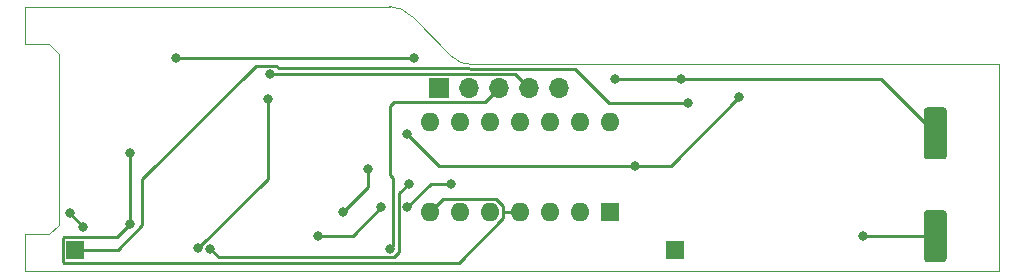
<source format=gbr>
%TF.GenerationSoftware,KiCad,Pcbnew,(5.1.7)-1*%
%TF.CreationDate,2021-11-04T21:35:45+01:00*%
%TF.ProjectId,window-sensor,77696e64-6f77-42d7-9365-6e736f722e6b,rev?*%
%TF.SameCoordinates,PX7270e00PY57bcf00*%
%TF.FileFunction,Copper,L2,Bot*%
%TF.FilePolarity,Positive*%
%FSLAX46Y46*%
G04 Gerber Fmt 4.6, Leading zero omitted, Abs format (unit mm)*
G04 Created by KiCad (PCBNEW (5.1.7)-1) date 2021-11-04 21:35:45*
%MOMM*%
%LPD*%
G01*
G04 APERTURE LIST*
%TA.AperFunction,Profile*%
%ADD10C,0.050000*%
%TD*%
%TA.AperFunction,ComponentPad*%
%ADD11O,1.600000X1.600000*%
%TD*%
%TA.AperFunction,ComponentPad*%
%ADD12R,1.600000X1.600000*%
%TD*%
%TA.AperFunction,ComponentPad*%
%ADD13O,1.700000X1.700000*%
%TD*%
%TA.AperFunction,ComponentPad*%
%ADD14R,1.700000X1.700000*%
%TD*%
%TA.AperFunction,ComponentPad*%
%ADD15R,1.500000X1.500000*%
%TD*%
%TA.AperFunction,ViaPad*%
%ADD16C,0.800000*%
%TD*%
%TA.AperFunction,Conductor*%
%ADD17C,0.250000*%
%TD*%
G04 APERTURE END LIST*
D10*
X-4900000Y-4100000D02*
X-4100000Y-4900000D01*
X-4900000Y-20200000D02*
X-4100000Y-19400000D01*
X-7000000Y-23300000D02*
X-7000000Y-20200000D01*
X-4900000Y-20200000D02*
X-7000000Y-20200000D01*
X-4100000Y-4900000D02*
X-4100000Y-19400000D01*
X-7000000Y-4100000D02*
X-4900000Y-4100000D01*
X23900000Y-900000D02*
G75*
G02*
X25770760Y-1744841I-59239J-2624840D01*
G01*
X30817250Y-5799023D02*
G75*
G02*
X29210000Y-5150000I-107250J2049023D01*
G01*
X30817250Y-5799024D02*
X75500000Y-5800000D01*
X25770760Y-1744841D02*
X29210000Y-5150000D01*
X-7000000Y-4100000D02*
X-7000000Y-900000D01*
X75500000Y-23300000D02*
X-7000000Y-23300000D01*
X75500000Y-5800000D02*
X75500000Y-23300000D01*
X-7000000Y-900000D02*
X23900000Y-900000D01*
D11*
%TO.P,U3,14*%
%TO.N,N/C*%
X27300000Y-10680000D03*
D12*
%TO.P,U3,7*%
X42540000Y-18300000D03*
D11*
%TO.P,U3,13*%
X29840000Y-10680000D03*
%TO.P,U3,6*%
%TO.N,EN*%
X40000000Y-18300000D03*
%TO.P,U3,12*%
%TO.N,N/C*%
X32380000Y-10680000D03*
%TO.P,U3,5*%
%TO.N,Net-(100nF-1-Pad1)*%
X37460000Y-18300000D03*
%TO.P,U3,11*%
%TO.N,N/C*%
X34920000Y-10680000D03*
%TO.P,U3,4*%
%TO.N,Net-(1M-1-Pad2)*%
X34920000Y-18300000D03*
%TO.P,U3,10*%
%TO.N,N/C*%
X37460000Y-10680000D03*
%TO.P,U3,3*%
%TO.N,Net-(10k-1-Pad2)*%
X32380000Y-18300000D03*
%TO.P,U3,9*%
%TO.N,N/C*%
X40000000Y-10680000D03*
%TO.P,U3,2*%
%TO.N,+3V3*%
X29840000Y-18300000D03*
%TO.P,U3,8*%
%TO.N,N/C*%
X42540000Y-10680000D03*
%TO.P,U3,1*%
%TO.N,Net-(1M-1-Pad2)*%
X27300000Y-18300000D03*
%TD*%
D13*
%TO.P,J1,5*%
%TO.N,Net-(ESP-12E1-Pad22)*%
X38220000Y-7800000D03*
%TO.P,J1,4*%
%TO.N,Net-(ESP-12E1-Pad21)*%
X35680000Y-7800000D03*
%TO.P,J1,3*%
%TO.N,Net-(10k-3-Pad1)*%
X33140000Y-7800000D03*
%TO.P,J1,2*%
%TO.N,+3V3*%
X30600000Y-7800000D03*
D14*
%TO.P,J1,1*%
%TO.N,GND*%
X28060000Y-7800000D03*
%TD*%
D15*
%TO.P,GND,1*%
%TO.N,GND1*%
X-2700000Y-21500000D03*
%TD*%
%TO.P,3V7,1*%
%TO.N,+3V8*%
X48100000Y-21500000D03*
%TD*%
%TO.P,1000uF-1,2*%
%TO.N,GND*%
%TA.AperFunction,SMDPad,CuDef*%
G36*
G01*
X69399999Y-18150000D02*
X70800001Y-18150000D01*
G75*
G02*
X71050000Y-18399999I0J-249999D01*
G01*
X71050000Y-22300001D01*
G75*
G02*
X70800001Y-22550000I-249999J0D01*
G01*
X69399999Y-22550000D01*
G75*
G02*
X69150000Y-22300001I0J249999D01*
G01*
X69150000Y-18399999D01*
G75*
G02*
X69399999Y-18150000I249999J0D01*
G01*
G37*
%TD.AperFunction*%
%TO.P,1000uF-1,1*%
%TO.N,+3V3*%
%TA.AperFunction,SMDPad,CuDef*%
G36*
G01*
X69399999Y-9450000D02*
X70800001Y-9450000D01*
G75*
G02*
X71050000Y-9699999I0J-249999D01*
G01*
X71050000Y-13600001D01*
G75*
G02*
X70800001Y-13850000I-249999J0D01*
G01*
X69399999Y-13850000D01*
G75*
G02*
X69150000Y-13600001I0J249999D01*
G01*
X69150000Y-9699999D01*
G75*
G02*
X69399999Y-9450000I249999J0D01*
G01*
G37*
%TD.AperFunction*%
%TD*%
D16*
%TO.N,GND*%
X8700000Y-21400000D03*
X64000000Y-20300000D03*
X53500000Y-8599996D03*
X25400004Y-11700004D03*
X44700000Y-14400000D03*
X-3200000Y-18400000D03*
X-2062660Y-19537340D03*
X25499998Y-15900000D03*
%TO.N,EN*%
X17800000Y-20300000D03*
X25400000Y-17900000D03*
X23200000Y-17900000D03*
X29100000Y-15900000D03*
%TO.N,GND1*%
X49133967Y-9038932D03*
%TO.N,Net-(ESP-12E1-Pad22)*%
X5800000Y-5300000D03*
X25999976Y-5300000D03*
%TO.N,Net-(ESP-12E1-Pad21)*%
X13800000Y-6625010D03*
%TO.N,Net-(10k-3-Pad1)*%
X23900000Y-21400000D03*
X13568855Y-8691353D03*
X7687340Y-21387340D03*
%TO.N,Net-(1M-1-Pad2)*%
X1900000Y-19300000D03*
X1900000Y-13300000D03*
%TO.N,+3V3*%
X22100000Y-14700000D03*
X42949997Y-7049997D03*
X48599998Y-7000000D03*
X19964680Y-18290004D03*
%TD*%
D17*
%TO.N,GND*%
X69300000Y-20300000D02*
X64000000Y-20300000D01*
X70000000Y-21000000D02*
X69300000Y-20300000D01*
X53500000Y-8599996D02*
X47699996Y-14400000D01*
X47699996Y-14400000D02*
X44700000Y-14400000D01*
X-3200000Y-18400000D02*
X-2062660Y-19537340D01*
X9425001Y-22125001D02*
X24248001Y-22125001D01*
X24248001Y-22125001D02*
X24674999Y-21698003D01*
X8700000Y-21400000D02*
X9425001Y-22125001D01*
X24674999Y-21698003D02*
X24674999Y-16724999D01*
X24674999Y-16724999D02*
X25499998Y-15900000D01*
X28100000Y-14400000D02*
X25400004Y-11700004D01*
X44700000Y-14400000D02*
X28100000Y-14400000D01*
%TO.N,EN*%
X17800000Y-20300000D02*
X20800000Y-20300000D01*
X20800000Y-20300000D02*
X23200000Y-17900000D01*
X25400000Y-17900000D02*
X27400000Y-15900000D01*
X27400000Y-15900000D02*
X29100000Y-15900000D01*
%TO.N,GND1*%
X-2400000Y-21800000D02*
X-2700000Y-21500000D01*
X42465928Y-9038932D02*
X49133967Y-9038932D01*
X39576985Y-6149989D02*
X42465928Y-9038932D01*
X14521655Y-6148653D02*
X30488803Y-6148653D01*
X2966950Y-15533050D02*
X12600000Y-5900000D01*
X2966950Y-19406054D02*
X2966950Y-15533050D01*
X873004Y-21500000D02*
X2966950Y-19406054D01*
X-2700000Y-21500000D02*
X873004Y-21500000D01*
X30868195Y-6153631D02*
X30871934Y-6149989D01*
X30488803Y-6148653D02*
X30868195Y-6153631D01*
X30871934Y-6149989D02*
X39576985Y-6149989D01*
X14273002Y-5900000D02*
X14521655Y-6148653D01*
X12600000Y-5900000D02*
X14273002Y-5900000D01*
%TO.N,Net-(ESP-12E1-Pad22)*%
X5800000Y-5300000D02*
X25999976Y-5300000D01*
%TO.N,Net-(ESP-12E1-Pad21)*%
X35680000Y-7800000D02*
X34486048Y-6606048D01*
X13818962Y-6606048D02*
X13800000Y-6625010D01*
X34486048Y-6606048D02*
X13818962Y-6606048D01*
%TO.N,Net-(10k-3-Pad1)*%
X23900000Y-21400000D02*
X24200000Y-21100000D01*
X24200000Y-15424999D02*
X23900000Y-15124999D01*
X23900000Y-15124999D02*
X23900000Y-9310000D01*
X23900000Y-9310000D02*
X24250000Y-8960000D01*
X29170001Y-8975001D02*
X29185002Y-8960000D01*
X24250000Y-8960000D02*
X26934998Y-8960000D01*
X26934998Y-8960000D02*
X26949999Y-8975001D01*
X29185002Y-8960000D02*
X30020998Y-8960000D01*
X26949999Y-8975001D02*
X29170001Y-8975001D01*
X32290001Y-8649999D02*
X33140000Y-7800000D01*
X24200000Y-21100000D02*
X24200000Y-15424999D01*
X30035999Y-8975001D02*
X31964999Y-8975001D01*
X30020998Y-8960000D02*
X30035999Y-8975001D01*
X31964999Y-8975001D02*
X32290001Y-8649999D01*
X13568855Y-8691353D02*
X13568855Y-15505825D01*
X13568855Y-15505825D02*
X7687340Y-21387340D01*
%TO.N,Net-(1M-1-Pad2)*%
X1900000Y-13300000D02*
X1900000Y-19300000D01*
X775001Y-20424999D02*
X1900000Y-19300000D01*
X-3710001Y-20424999D02*
X775001Y-20424999D01*
X-3775001Y-22510001D02*
X-3775001Y-20489999D01*
X-3709992Y-22575010D02*
X-3775001Y-22510001D01*
X29769992Y-22575010D02*
X-3709992Y-22575010D01*
X33505001Y-18840001D02*
X29769992Y-22575010D01*
X-3775001Y-20489999D02*
X-3710001Y-20424999D01*
X32920001Y-17174999D02*
X33505001Y-17759999D01*
X28425001Y-17174999D02*
X32920001Y-17174999D01*
X27300000Y-18300000D02*
X28425001Y-17174999D01*
X33600000Y-18300000D02*
X33505001Y-18394999D01*
X34920000Y-18300000D02*
X33600000Y-18300000D01*
X33505001Y-18394999D02*
X33505001Y-18840001D01*
X33505001Y-17759999D02*
X33505001Y-18394999D01*
%TO.N,+3V3*%
X70100000Y-11650000D02*
X65499997Y-7049997D01*
X48549997Y-7049997D02*
X42949997Y-7049997D01*
X65499997Y-7049997D02*
X48549997Y-7049997D01*
X48599994Y-7000000D02*
X48599998Y-7000000D01*
X48549997Y-7049997D02*
X48599994Y-7000000D01*
X48500000Y-7099998D02*
X48599998Y-7000000D01*
X22100000Y-14700000D02*
X22100000Y-16154684D01*
X22100000Y-16154684D02*
X19964680Y-18290004D01*
%TD*%
M02*

</source>
